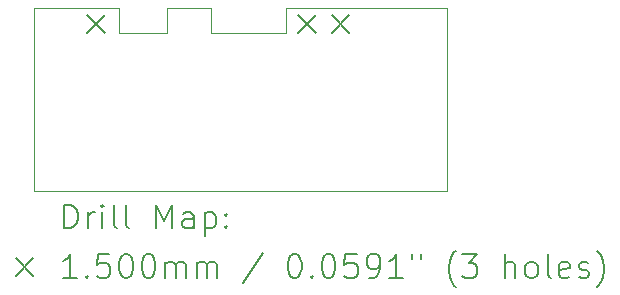
<source format=gbr>
%TF.GenerationSoftware,KiCad,Pcbnew,7.0.7*%
%TF.CreationDate,2024-04-09T13:37:02-07:00*%
%TF.ProjectId,Side B,53696465-2042-42e6-9b69-6361645f7063,rev?*%
%TF.SameCoordinates,Original*%
%TF.FileFunction,Drillmap*%
%TF.FilePolarity,Positive*%
%FSLAX45Y45*%
G04 Gerber Fmt 4.5, Leading zero omitted, Abs format (unit mm)*
G04 Created by KiCad (PCBNEW 7.0.7) date 2024-04-09 13:37:02*
%MOMM*%
%LPD*%
G01*
G04 APERTURE LIST*
%ADD10C,0.100000*%
%ADD11C,0.200000*%
%ADD12C,0.150000*%
G04 APERTURE END LIST*
D10*
X15183530Y-9230000D02*
X15183530Y-9439912D01*
X14774870Y-9439912D02*
X14774870Y-9230000D01*
X15556747Y-9439912D02*
X15556747Y-9230000D01*
X17555760Y-10780000D02*
X17555760Y-9230000D01*
X14055760Y-9230000D02*
X14055760Y-10780000D01*
X14774870Y-9230000D02*
X14055760Y-9230000D01*
X15183530Y-9439912D02*
X14774870Y-9439912D01*
X16189776Y-9230000D02*
X16189776Y-9439912D01*
X15556747Y-9230000D02*
X15183530Y-9230000D01*
X16189776Y-9439912D02*
X15556747Y-9439912D01*
X14055760Y-10780000D02*
X17555760Y-10780000D01*
X17555760Y-9230000D02*
X16189776Y-9230000D01*
D11*
D12*
X14505000Y-9290000D02*
X14655000Y-9440000D01*
X14655000Y-9290000D02*
X14505000Y-9440000D01*
X16295000Y-9290000D02*
X16445000Y-9440000D01*
X16445000Y-9290000D02*
X16295000Y-9440000D01*
X16575000Y-9290000D02*
X16725000Y-9440000D01*
X16725000Y-9290000D02*
X16575000Y-9440000D01*
D11*
X14311537Y-11096484D02*
X14311537Y-10896484D01*
X14311537Y-10896484D02*
X14359156Y-10896484D01*
X14359156Y-10896484D02*
X14387727Y-10906008D01*
X14387727Y-10906008D02*
X14406775Y-10925055D01*
X14406775Y-10925055D02*
X14416298Y-10944103D01*
X14416298Y-10944103D02*
X14425822Y-10982198D01*
X14425822Y-10982198D02*
X14425822Y-11010770D01*
X14425822Y-11010770D02*
X14416298Y-11048865D01*
X14416298Y-11048865D02*
X14406775Y-11067912D01*
X14406775Y-11067912D02*
X14387727Y-11086960D01*
X14387727Y-11086960D02*
X14359156Y-11096484D01*
X14359156Y-11096484D02*
X14311537Y-11096484D01*
X14511537Y-11096484D02*
X14511537Y-10963150D01*
X14511537Y-11001246D02*
X14521060Y-10982198D01*
X14521060Y-10982198D02*
X14530584Y-10972674D01*
X14530584Y-10972674D02*
X14549632Y-10963150D01*
X14549632Y-10963150D02*
X14568679Y-10963150D01*
X14635346Y-11096484D02*
X14635346Y-10963150D01*
X14635346Y-10896484D02*
X14625822Y-10906008D01*
X14625822Y-10906008D02*
X14635346Y-10915531D01*
X14635346Y-10915531D02*
X14644870Y-10906008D01*
X14644870Y-10906008D02*
X14635346Y-10896484D01*
X14635346Y-10896484D02*
X14635346Y-10915531D01*
X14759156Y-11096484D02*
X14740108Y-11086960D01*
X14740108Y-11086960D02*
X14730584Y-11067912D01*
X14730584Y-11067912D02*
X14730584Y-10896484D01*
X14863917Y-11096484D02*
X14844870Y-11086960D01*
X14844870Y-11086960D02*
X14835346Y-11067912D01*
X14835346Y-11067912D02*
X14835346Y-10896484D01*
X15092489Y-11096484D02*
X15092489Y-10896484D01*
X15092489Y-10896484D02*
X15159156Y-11039341D01*
X15159156Y-11039341D02*
X15225822Y-10896484D01*
X15225822Y-10896484D02*
X15225822Y-11096484D01*
X15406775Y-11096484D02*
X15406775Y-10991722D01*
X15406775Y-10991722D02*
X15397251Y-10972674D01*
X15397251Y-10972674D02*
X15378203Y-10963150D01*
X15378203Y-10963150D02*
X15340108Y-10963150D01*
X15340108Y-10963150D02*
X15321060Y-10972674D01*
X15406775Y-11086960D02*
X15387727Y-11096484D01*
X15387727Y-11096484D02*
X15340108Y-11096484D01*
X15340108Y-11096484D02*
X15321060Y-11086960D01*
X15321060Y-11086960D02*
X15311537Y-11067912D01*
X15311537Y-11067912D02*
X15311537Y-11048865D01*
X15311537Y-11048865D02*
X15321060Y-11029817D01*
X15321060Y-11029817D02*
X15340108Y-11020293D01*
X15340108Y-11020293D02*
X15387727Y-11020293D01*
X15387727Y-11020293D02*
X15406775Y-11010770D01*
X15502013Y-10963150D02*
X15502013Y-11163150D01*
X15502013Y-10972674D02*
X15521060Y-10963150D01*
X15521060Y-10963150D02*
X15559156Y-10963150D01*
X15559156Y-10963150D02*
X15578203Y-10972674D01*
X15578203Y-10972674D02*
X15587727Y-10982198D01*
X15587727Y-10982198D02*
X15597251Y-11001246D01*
X15597251Y-11001246D02*
X15597251Y-11058389D01*
X15597251Y-11058389D02*
X15587727Y-11077436D01*
X15587727Y-11077436D02*
X15578203Y-11086960D01*
X15578203Y-11086960D02*
X15559156Y-11096484D01*
X15559156Y-11096484D02*
X15521060Y-11096484D01*
X15521060Y-11096484D02*
X15502013Y-11086960D01*
X15682965Y-11077436D02*
X15692489Y-11086960D01*
X15692489Y-11086960D02*
X15682965Y-11096484D01*
X15682965Y-11096484D02*
X15673441Y-11086960D01*
X15673441Y-11086960D02*
X15682965Y-11077436D01*
X15682965Y-11077436D02*
X15682965Y-11096484D01*
X15682965Y-10972674D02*
X15692489Y-10982198D01*
X15692489Y-10982198D02*
X15682965Y-10991722D01*
X15682965Y-10991722D02*
X15673441Y-10982198D01*
X15673441Y-10982198D02*
X15682965Y-10972674D01*
X15682965Y-10972674D02*
X15682965Y-10991722D01*
D12*
X13900760Y-11350000D02*
X14050760Y-11500000D01*
X14050760Y-11350000D02*
X13900760Y-11500000D01*
D11*
X14416298Y-11516484D02*
X14302013Y-11516484D01*
X14359156Y-11516484D02*
X14359156Y-11316484D01*
X14359156Y-11316484D02*
X14340108Y-11345055D01*
X14340108Y-11345055D02*
X14321060Y-11364103D01*
X14321060Y-11364103D02*
X14302013Y-11373627D01*
X14502013Y-11497436D02*
X14511537Y-11506960D01*
X14511537Y-11506960D02*
X14502013Y-11516484D01*
X14502013Y-11516484D02*
X14492489Y-11506960D01*
X14492489Y-11506960D02*
X14502013Y-11497436D01*
X14502013Y-11497436D02*
X14502013Y-11516484D01*
X14692489Y-11316484D02*
X14597251Y-11316484D01*
X14597251Y-11316484D02*
X14587727Y-11411722D01*
X14587727Y-11411722D02*
X14597251Y-11402198D01*
X14597251Y-11402198D02*
X14616298Y-11392674D01*
X14616298Y-11392674D02*
X14663918Y-11392674D01*
X14663918Y-11392674D02*
X14682965Y-11402198D01*
X14682965Y-11402198D02*
X14692489Y-11411722D01*
X14692489Y-11411722D02*
X14702013Y-11430769D01*
X14702013Y-11430769D02*
X14702013Y-11478388D01*
X14702013Y-11478388D02*
X14692489Y-11497436D01*
X14692489Y-11497436D02*
X14682965Y-11506960D01*
X14682965Y-11506960D02*
X14663918Y-11516484D01*
X14663918Y-11516484D02*
X14616298Y-11516484D01*
X14616298Y-11516484D02*
X14597251Y-11506960D01*
X14597251Y-11506960D02*
X14587727Y-11497436D01*
X14825822Y-11316484D02*
X14844870Y-11316484D01*
X14844870Y-11316484D02*
X14863918Y-11326008D01*
X14863918Y-11326008D02*
X14873441Y-11335531D01*
X14873441Y-11335531D02*
X14882965Y-11354579D01*
X14882965Y-11354579D02*
X14892489Y-11392674D01*
X14892489Y-11392674D02*
X14892489Y-11440293D01*
X14892489Y-11440293D02*
X14882965Y-11478388D01*
X14882965Y-11478388D02*
X14873441Y-11497436D01*
X14873441Y-11497436D02*
X14863918Y-11506960D01*
X14863918Y-11506960D02*
X14844870Y-11516484D01*
X14844870Y-11516484D02*
X14825822Y-11516484D01*
X14825822Y-11516484D02*
X14806775Y-11506960D01*
X14806775Y-11506960D02*
X14797251Y-11497436D01*
X14797251Y-11497436D02*
X14787727Y-11478388D01*
X14787727Y-11478388D02*
X14778203Y-11440293D01*
X14778203Y-11440293D02*
X14778203Y-11392674D01*
X14778203Y-11392674D02*
X14787727Y-11354579D01*
X14787727Y-11354579D02*
X14797251Y-11335531D01*
X14797251Y-11335531D02*
X14806775Y-11326008D01*
X14806775Y-11326008D02*
X14825822Y-11316484D01*
X15016298Y-11316484D02*
X15035346Y-11316484D01*
X15035346Y-11316484D02*
X15054394Y-11326008D01*
X15054394Y-11326008D02*
X15063918Y-11335531D01*
X15063918Y-11335531D02*
X15073441Y-11354579D01*
X15073441Y-11354579D02*
X15082965Y-11392674D01*
X15082965Y-11392674D02*
X15082965Y-11440293D01*
X15082965Y-11440293D02*
X15073441Y-11478388D01*
X15073441Y-11478388D02*
X15063918Y-11497436D01*
X15063918Y-11497436D02*
X15054394Y-11506960D01*
X15054394Y-11506960D02*
X15035346Y-11516484D01*
X15035346Y-11516484D02*
X15016298Y-11516484D01*
X15016298Y-11516484D02*
X14997251Y-11506960D01*
X14997251Y-11506960D02*
X14987727Y-11497436D01*
X14987727Y-11497436D02*
X14978203Y-11478388D01*
X14978203Y-11478388D02*
X14968679Y-11440293D01*
X14968679Y-11440293D02*
X14968679Y-11392674D01*
X14968679Y-11392674D02*
X14978203Y-11354579D01*
X14978203Y-11354579D02*
X14987727Y-11335531D01*
X14987727Y-11335531D02*
X14997251Y-11326008D01*
X14997251Y-11326008D02*
X15016298Y-11316484D01*
X15168679Y-11516484D02*
X15168679Y-11383150D01*
X15168679Y-11402198D02*
X15178203Y-11392674D01*
X15178203Y-11392674D02*
X15197251Y-11383150D01*
X15197251Y-11383150D02*
X15225822Y-11383150D01*
X15225822Y-11383150D02*
X15244870Y-11392674D01*
X15244870Y-11392674D02*
X15254394Y-11411722D01*
X15254394Y-11411722D02*
X15254394Y-11516484D01*
X15254394Y-11411722D02*
X15263918Y-11392674D01*
X15263918Y-11392674D02*
X15282965Y-11383150D01*
X15282965Y-11383150D02*
X15311537Y-11383150D01*
X15311537Y-11383150D02*
X15330584Y-11392674D01*
X15330584Y-11392674D02*
X15340108Y-11411722D01*
X15340108Y-11411722D02*
X15340108Y-11516484D01*
X15435346Y-11516484D02*
X15435346Y-11383150D01*
X15435346Y-11402198D02*
X15444870Y-11392674D01*
X15444870Y-11392674D02*
X15463918Y-11383150D01*
X15463918Y-11383150D02*
X15492489Y-11383150D01*
X15492489Y-11383150D02*
X15511537Y-11392674D01*
X15511537Y-11392674D02*
X15521060Y-11411722D01*
X15521060Y-11411722D02*
X15521060Y-11516484D01*
X15521060Y-11411722D02*
X15530584Y-11392674D01*
X15530584Y-11392674D02*
X15549632Y-11383150D01*
X15549632Y-11383150D02*
X15578203Y-11383150D01*
X15578203Y-11383150D02*
X15597251Y-11392674D01*
X15597251Y-11392674D02*
X15606775Y-11411722D01*
X15606775Y-11411722D02*
X15606775Y-11516484D01*
X15997251Y-11306960D02*
X15825822Y-11564103D01*
X16254394Y-11316484D02*
X16273442Y-11316484D01*
X16273442Y-11316484D02*
X16292489Y-11326008D01*
X16292489Y-11326008D02*
X16302013Y-11335531D01*
X16302013Y-11335531D02*
X16311537Y-11354579D01*
X16311537Y-11354579D02*
X16321061Y-11392674D01*
X16321061Y-11392674D02*
X16321061Y-11440293D01*
X16321061Y-11440293D02*
X16311537Y-11478388D01*
X16311537Y-11478388D02*
X16302013Y-11497436D01*
X16302013Y-11497436D02*
X16292489Y-11506960D01*
X16292489Y-11506960D02*
X16273442Y-11516484D01*
X16273442Y-11516484D02*
X16254394Y-11516484D01*
X16254394Y-11516484D02*
X16235346Y-11506960D01*
X16235346Y-11506960D02*
X16225822Y-11497436D01*
X16225822Y-11497436D02*
X16216299Y-11478388D01*
X16216299Y-11478388D02*
X16206775Y-11440293D01*
X16206775Y-11440293D02*
X16206775Y-11392674D01*
X16206775Y-11392674D02*
X16216299Y-11354579D01*
X16216299Y-11354579D02*
X16225822Y-11335531D01*
X16225822Y-11335531D02*
X16235346Y-11326008D01*
X16235346Y-11326008D02*
X16254394Y-11316484D01*
X16406775Y-11497436D02*
X16416299Y-11506960D01*
X16416299Y-11506960D02*
X16406775Y-11516484D01*
X16406775Y-11516484D02*
X16397251Y-11506960D01*
X16397251Y-11506960D02*
X16406775Y-11497436D01*
X16406775Y-11497436D02*
X16406775Y-11516484D01*
X16540108Y-11316484D02*
X16559156Y-11316484D01*
X16559156Y-11316484D02*
X16578203Y-11326008D01*
X16578203Y-11326008D02*
X16587727Y-11335531D01*
X16587727Y-11335531D02*
X16597251Y-11354579D01*
X16597251Y-11354579D02*
X16606775Y-11392674D01*
X16606775Y-11392674D02*
X16606775Y-11440293D01*
X16606775Y-11440293D02*
X16597251Y-11478388D01*
X16597251Y-11478388D02*
X16587727Y-11497436D01*
X16587727Y-11497436D02*
X16578203Y-11506960D01*
X16578203Y-11506960D02*
X16559156Y-11516484D01*
X16559156Y-11516484D02*
X16540108Y-11516484D01*
X16540108Y-11516484D02*
X16521061Y-11506960D01*
X16521061Y-11506960D02*
X16511537Y-11497436D01*
X16511537Y-11497436D02*
X16502013Y-11478388D01*
X16502013Y-11478388D02*
X16492489Y-11440293D01*
X16492489Y-11440293D02*
X16492489Y-11392674D01*
X16492489Y-11392674D02*
X16502013Y-11354579D01*
X16502013Y-11354579D02*
X16511537Y-11335531D01*
X16511537Y-11335531D02*
X16521061Y-11326008D01*
X16521061Y-11326008D02*
X16540108Y-11316484D01*
X16787727Y-11316484D02*
X16692489Y-11316484D01*
X16692489Y-11316484D02*
X16682965Y-11411722D01*
X16682965Y-11411722D02*
X16692489Y-11402198D01*
X16692489Y-11402198D02*
X16711537Y-11392674D01*
X16711537Y-11392674D02*
X16759156Y-11392674D01*
X16759156Y-11392674D02*
X16778204Y-11402198D01*
X16778204Y-11402198D02*
X16787727Y-11411722D01*
X16787727Y-11411722D02*
X16797251Y-11430769D01*
X16797251Y-11430769D02*
X16797251Y-11478388D01*
X16797251Y-11478388D02*
X16787727Y-11497436D01*
X16787727Y-11497436D02*
X16778204Y-11506960D01*
X16778204Y-11506960D02*
X16759156Y-11516484D01*
X16759156Y-11516484D02*
X16711537Y-11516484D01*
X16711537Y-11516484D02*
X16692489Y-11506960D01*
X16692489Y-11506960D02*
X16682965Y-11497436D01*
X16892489Y-11516484D02*
X16930584Y-11516484D01*
X16930584Y-11516484D02*
X16949632Y-11506960D01*
X16949632Y-11506960D02*
X16959156Y-11497436D01*
X16959156Y-11497436D02*
X16978204Y-11468865D01*
X16978204Y-11468865D02*
X16987727Y-11430769D01*
X16987727Y-11430769D02*
X16987727Y-11354579D01*
X16987727Y-11354579D02*
X16978204Y-11335531D01*
X16978204Y-11335531D02*
X16968680Y-11326008D01*
X16968680Y-11326008D02*
X16949632Y-11316484D01*
X16949632Y-11316484D02*
X16911537Y-11316484D01*
X16911537Y-11316484D02*
X16892489Y-11326008D01*
X16892489Y-11326008D02*
X16882965Y-11335531D01*
X16882965Y-11335531D02*
X16873442Y-11354579D01*
X16873442Y-11354579D02*
X16873442Y-11402198D01*
X16873442Y-11402198D02*
X16882965Y-11421246D01*
X16882965Y-11421246D02*
X16892489Y-11430769D01*
X16892489Y-11430769D02*
X16911537Y-11440293D01*
X16911537Y-11440293D02*
X16949632Y-11440293D01*
X16949632Y-11440293D02*
X16968680Y-11430769D01*
X16968680Y-11430769D02*
X16978204Y-11421246D01*
X16978204Y-11421246D02*
X16987727Y-11402198D01*
X17178204Y-11516484D02*
X17063918Y-11516484D01*
X17121061Y-11516484D02*
X17121061Y-11316484D01*
X17121061Y-11316484D02*
X17102013Y-11345055D01*
X17102013Y-11345055D02*
X17082965Y-11364103D01*
X17082965Y-11364103D02*
X17063918Y-11373627D01*
X17254394Y-11316484D02*
X17254394Y-11354579D01*
X17330585Y-11316484D02*
X17330585Y-11354579D01*
X17625823Y-11592674D02*
X17616299Y-11583150D01*
X17616299Y-11583150D02*
X17597251Y-11554579D01*
X17597251Y-11554579D02*
X17587727Y-11535531D01*
X17587727Y-11535531D02*
X17578204Y-11506960D01*
X17578204Y-11506960D02*
X17568680Y-11459341D01*
X17568680Y-11459341D02*
X17568680Y-11421246D01*
X17568680Y-11421246D02*
X17578204Y-11373627D01*
X17578204Y-11373627D02*
X17587727Y-11345055D01*
X17587727Y-11345055D02*
X17597251Y-11326008D01*
X17597251Y-11326008D02*
X17616299Y-11297436D01*
X17616299Y-11297436D02*
X17625823Y-11287912D01*
X17682966Y-11316484D02*
X17806775Y-11316484D01*
X17806775Y-11316484D02*
X17740108Y-11392674D01*
X17740108Y-11392674D02*
X17768680Y-11392674D01*
X17768680Y-11392674D02*
X17787727Y-11402198D01*
X17787727Y-11402198D02*
X17797251Y-11411722D01*
X17797251Y-11411722D02*
X17806775Y-11430769D01*
X17806775Y-11430769D02*
X17806775Y-11478388D01*
X17806775Y-11478388D02*
X17797251Y-11497436D01*
X17797251Y-11497436D02*
X17787727Y-11506960D01*
X17787727Y-11506960D02*
X17768680Y-11516484D01*
X17768680Y-11516484D02*
X17711537Y-11516484D01*
X17711537Y-11516484D02*
X17692489Y-11506960D01*
X17692489Y-11506960D02*
X17682966Y-11497436D01*
X18044870Y-11516484D02*
X18044870Y-11316484D01*
X18130585Y-11516484D02*
X18130585Y-11411722D01*
X18130585Y-11411722D02*
X18121061Y-11392674D01*
X18121061Y-11392674D02*
X18102013Y-11383150D01*
X18102013Y-11383150D02*
X18073442Y-11383150D01*
X18073442Y-11383150D02*
X18054394Y-11392674D01*
X18054394Y-11392674D02*
X18044870Y-11402198D01*
X18254394Y-11516484D02*
X18235347Y-11506960D01*
X18235347Y-11506960D02*
X18225823Y-11497436D01*
X18225823Y-11497436D02*
X18216299Y-11478388D01*
X18216299Y-11478388D02*
X18216299Y-11421246D01*
X18216299Y-11421246D02*
X18225823Y-11402198D01*
X18225823Y-11402198D02*
X18235347Y-11392674D01*
X18235347Y-11392674D02*
X18254394Y-11383150D01*
X18254394Y-11383150D02*
X18282966Y-11383150D01*
X18282966Y-11383150D02*
X18302013Y-11392674D01*
X18302013Y-11392674D02*
X18311537Y-11402198D01*
X18311537Y-11402198D02*
X18321061Y-11421246D01*
X18321061Y-11421246D02*
X18321061Y-11478388D01*
X18321061Y-11478388D02*
X18311537Y-11497436D01*
X18311537Y-11497436D02*
X18302013Y-11506960D01*
X18302013Y-11506960D02*
X18282966Y-11516484D01*
X18282966Y-11516484D02*
X18254394Y-11516484D01*
X18435347Y-11516484D02*
X18416299Y-11506960D01*
X18416299Y-11506960D02*
X18406775Y-11487912D01*
X18406775Y-11487912D02*
X18406775Y-11316484D01*
X18587728Y-11506960D02*
X18568680Y-11516484D01*
X18568680Y-11516484D02*
X18530585Y-11516484D01*
X18530585Y-11516484D02*
X18511537Y-11506960D01*
X18511537Y-11506960D02*
X18502013Y-11487912D01*
X18502013Y-11487912D02*
X18502013Y-11411722D01*
X18502013Y-11411722D02*
X18511537Y-11392674D01*
X18511537Y-11392674D02*
X18530585Y-11383150D01*
X18530585Y-11383150D02*
X18568680Y-11383150D01*
X18568680Y-11383150D02*
X18587728Y-11392674D01*
X18587728Y-11392674D02*
X18597251Y-11411722D01*
X18597251Y-11411722D02*
X18597251Y-11430769D01*
X18597251Y-11430769D02*
X18502013Y-11449817D01*
X18673442Y-11506960D02*
X18692489Y-11516484D01*
X18692489Y-11516484D02*
X18730585Y-11516484D01*
X18730585Y-11516484D02*
X18749632Y-11506960D01*
X18749632Y-11506960D02*
X18759156Y-11487912D01*
X18759156Y-11487912D02*
X18759156Y-11478388D01*
X18759156Y-11478388D02*
X18749632Y-11459341D01*
X18749632Y-11459341D02*
X18730585Y-11449817D01*
X18730585Y-11449817D02*
X18702013Y-11449817D01*
X18702013Y-11449817D02*
X18682966Y-11440293D01*
X18682966Y-11440293D02*
X18673442Y-11421246D01*
X18673442Y-11421246D02*
X18673442Y-11411722D01*
X18673442Y-11411722D02*
X18682966Y-11392674D01*
X18682966Y-11392674D02*
X18702013Y-11383150D01*
X18702013Y-11383150D02*
X18730585Y-11383150D01*
X18730585Y-11383150D02*
X18749632Y-11392674D01*
X18825823Y-11592674D02*
X18835347Y-11583150D01*
X18835347Y-11583150D02*
X18854394Y-11554579D01*
X18854394Y-11554579D02*
X18863918Y-11535531D01*
X18863918Y-11535531D02*
X18873442Y-11506960D01*
X18873442Y-11506960D02*
X18882966Y-11459341D01*
X18882966Y-11459341D02*
X18882966Y-11421246D01*
X18882966Y-11421246D02*
X18873442Y-11373627D01*
X18873442Y-11373627D02*
X18863918Y-11345055D01*
X18863918Y-11345055D02*
X18854394Y-11326008D01*
X18854394Y-11326008D02*
X18835347Y-11297436D01*
X18835347Y-11297436D02*
X18825823Y-11287912D01*
M02*

</source>
